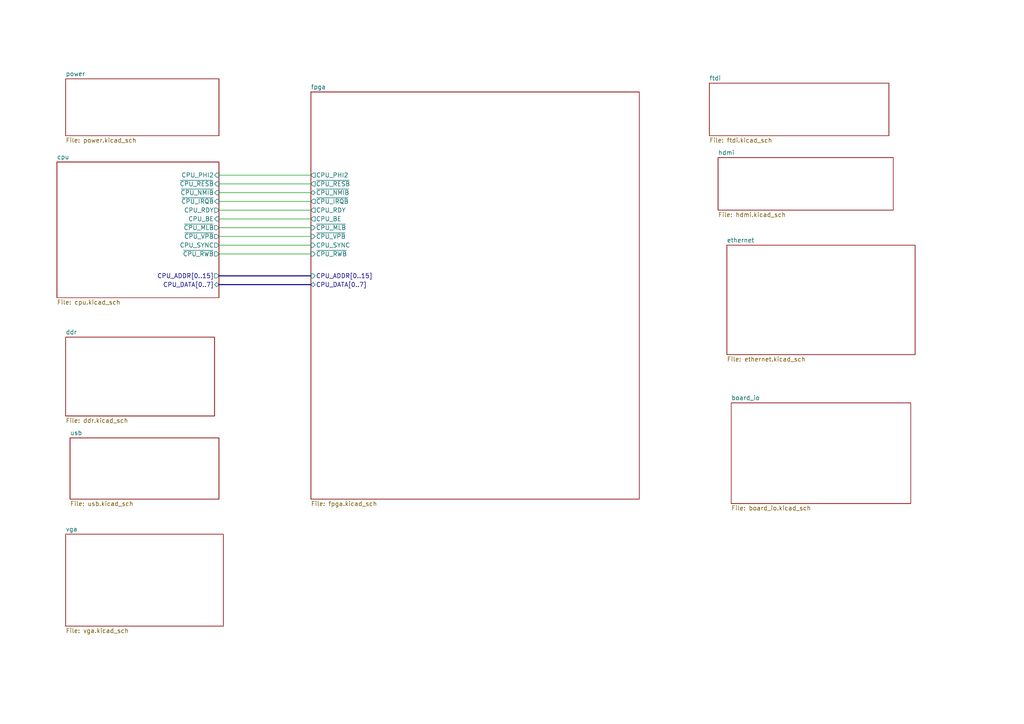
<source format=kicad_sch>
(kicad_sch (version 20230121) (generator eeschema)
  (paper "A4")
  (lib_symbols)
  (wire (pts (xy 63.5 53.34) (xy 90.17 53.34)))
  (wire (pts (xy 63.5 55.88) (xy 90.17 55.88)))
  (wire (pts (xy 63.5 71.12) (xy 90.17 71.12)))
  (wire (pts (xy 63.5 58.42) (xy 90.17 58.42)))
  (wire (pts (xy 63.5 60.96) (xy 90.17 60.96)))
  (bus (pts (xy 63.5 80.01) (xy 90.17 80.01)))
  (wire (pts (xy 63.5 73.66) (xy 90.17 73.66)))
  (wire (pts (xy 63.5 68.58) (xy 90.17 68.58)))
  (wire (pts (xy 63.5 63.5) (xy 90.17 63.5)))
  (wire (pts (xy 63.5 50.8) (xy 90.17 50.8)))
  (wire (pts (xy 63.5 66.04) (xy 90.17 66.04)))
  (bus (pts (xy 63.5 82.55) (xy 90.17 82.55)))
  (sheet (at 19.05 22.86) (size 44.45 16.51) (stroke (width 0.1524))
    (property "Sheetname" "power" (at 19.05 22.1484 0) (effects (justify left bottom)))
    (property "Sheetfile" "power.kicad_sch" (at 19.05 39.9546 0) (effects (justify left top)))
  )
  (sheet (at 210.82 71.12) (size 54.61 31.75) (stroke (width 0.1524))
    (property "Sheetname" "ethernet" (at 210.82 70.4084 0) (effects (justify left bottom)))
    (property "Sheetfile" "ethernet.kicad_sch" (at 210.82 103.4546 0) (effects (justify left top)))
  )
  (sheet (at 19.05 97.79) (size 43.18 22.86) (stroke (width 0.1524))
    (property "Sheetname" "ddr" (at 19.05 97.0784 0) (effects (justify left bottom)))
    (property "Sheetfile" "ddr.kicad_sch" (at 19.05 121.2346 0) (effects (justify left top)))
  )
  (sheet (at 19.05 154.94) (size 45.72 26.67) (stroke (width 0.1524))
    (property "Sheetname" "vga" (at 19.05 154.2284 0) (effects (justify left bottom)))
    (property "Sheetfile" "vga.kicad_sch" (at 19.05 182.1946 0) (effects (justify left top)))
  )
  (sheet (at 90.17 26.67) (size 95.25 118.11) (stroke (width 0.1524))
    (property "Sheetname" "fpga" (at 90.17 25.9584 0) (effects (justify left bottom)))
    (property "Sheetfile" "fpga.kicad_sch" (at 90.17 145.3646 0) (effects (justify left top)))
    (pin "CPU_ADDR[0..15]" input (at 90.17 80.01 180))
    (pin "CPU_DATA[0..7]" bidirectional (at 90.17 82.55 180))
    (pin "~{CPU_NMIB}" bidirectional (at 90.17 55.88 180))
    (pin "CPU_PHI2" output (at 90.17 50.8 180))
    (pin "~{CPU_RESB}" output (at 90.17 53.34 180))
    (pin "~{CPU_IRQB}" output (at 90.17 58.42 180))
    (pin "CPU_SYNC" input (at 90.17 71.12 180))
    (pin "~{CPU_MLB}" input (at 90.17 66.04 180))
    (pin "~{CPU_VPB}" input (at 90.17 68.58 180))
    (pin "~{CPU_RWB}" input (at 90.17 73.66 180))
    (pin "CPU_BE" output (at 90.17 63.5 180))
    (pin "CPU_RDY" output (at 90.17 60.96 180))
  )
  (sheet (at 20.32 127) (size 43.18 17.78) (stroke (width 0.1524))
    (property "Sheetname" "usb" (at 20.32 126.2884 0) (effects (justify left bottom)))
    (property "Sheetfile" "usb.kicad_sch" (at 20.32 145.3646 0) (effects (justify left top)))
  )
  (sheet (at 205.74 24.13) (size 52.07 15.24) (stroke (width 0.1524))
    (property "Sheetname" "ftdi" (at 205.74 23.4184 0) (effects (justify left bottom)))
    (property "Sheetfile" "ftdi.kicad_sch" (at 205.74 39.9546 0) (effects (justify left top)))
  )
  (sheet (at 212.09 116.84) (size 52.07 29.21) (stroke (width 0.1524))
    (property "Sheetname" "board_io" (at 212.09 116.1284 0) (effects (justify left bottom)))
    (property "Sheetfile" "board_io.kicad_sch" (at 212.09 146.6346 0) (effects (justify left top)))
  )
  (sheet (at 16.51 46.99) (size 46.99 39.37) (stroke (width 0.1524))
    (property "Sheetname" "cpu" (at 16.51 46.2784 0) (effects (justify left bottom)))
    (property "Sheetfile" "cpu.kicad_sch" (at 16.51 86.9446 0) (effects (justify left top)))
    (pin "CPU_PHI2" input (at 63.5 50.8 0))
    (pin "CPU_ADDR[0..15]" output (at 63.5 80.01 0))
    (pin "~{CPU_VPB}" output (at 63.5 68.58 0))
    (pin "~{CPU_MLB}" output (at 63.5 66.04 0))
    (pin "CPU_SYNC" output (at 63.5 71.12 0))
    (pin "~{CPU_IRQB}" input (at 63.5 58.42 0))
    (pin "CPU_RDY" output (at 63.5 60.96 0))
    (pin "~{CPU_NMIB}" input (at 63.5 55.88 0))
    (pin "CPU_BE" input (at 63.5 63.5 0))
    (pin "~{CPU_RESB}" input (at 63.5 53.34 0))
    (pin "~{CPU_RWB}" output (at 63.5 73.66 0))
    (pin "CPU_DATA[0..7]" bidirectional (at 63.5 82.55 0))
  )
  (sheet (at 208.28 45.72) (size 50.8 15.24) (stroke (width 0.1524))
    (property "Sheetname" "hdmi" (at 208.28 45.0084 0) (effects (justify left bottom)))
    (property "Sheetfile" "hdmi.kicad_sch" (at 208.28 61.5446 0) (effects (justify left top)))
  )
)
</source>
